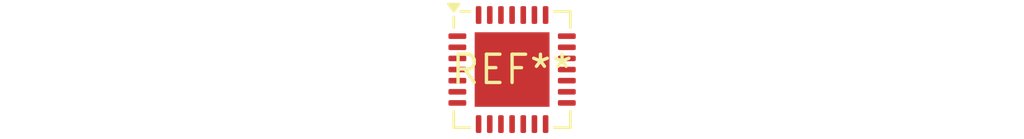
<source format=kicad_pcb>
(kicad_pcb (version 20240108) (generator pcbnew)
  (layers (0 "F.Cu" signal) (31 "B.Cu" signal) (34 "B.Paste" user) (35 "F.Paste" user) (36 "B.SilkS" user "B.Silkscreen") (37 "F.SilkS" user "F.Silkscreen") (38 "B.Mask" user) (39 "F.Mask" user) (44 "Edge.Cuts" user))
  (net 0 "")
  (footprint "QFN-28-1EP_5x5mm_P0.5mm_EP3.35x3.35mm" (layer "F.Cu") (at 0 0)
    (property "Reference" "REF**")
    (property "Value" "QFN-28-1EP_5x5mm_P0.5mm_EP3.35x3.35mm")
    (fp_line (start -2.61 -1.885) (end -2.61 -2.37) (layer "F.SilkS") (stroke (width 0.12)))
    (fp_line (start -2.61 2.61) (end -2.61 1.885) (layer "F.SilkS") (stroke (width 0.12)))
    (fp_line (start -1.885 -2.61) (end -2.31 -2.61) (layer "F.SilkS") (stroke (width 0.12)))
    (fp_line (start -1.885 2.61) (end -2.61 2.61) (layer "F.SilkS") (stroke (width 0.12)))
    (fp_line (start 1.885 -2.61) (end 2.61 -2.61) (layer "F.SilkS") (stroke (width 0.12)))
    (fp_line (start 1.885 2.61) (end 2.61 2.61) (layer "F.SilkS") (stroke (width 0.12)))
    (fp_line (start 2.61 -2.61) (end 2.61 -1.885) (layer "F.SilkS") (stroke (width 0.12)))
    (fp_line (start 2.61 2.61) (end 2.61 1.885) (layer "F.SilkS") (stroke (width 0.12)))
    (fp_poly (pts (xy -2.61 -2.61) (xy -2.85 -2.94) (xy -2.37 -2.94) (xy -2.61 -2.61)) (layer "F.SilkS") (stroke (width 0.12)) (fill solid))
    (pad "1" smd roundrect (at -2.45 -1.5) (size 0.8 0.25) (layers "F.Cu" "F.Paste" "F.Mask"))
    (pad "2" smd roundrect (at -2.45 -1) (size 0.8 0.25) (layers "F.Cu" "F.Paste" "F.Mask"))
    (pad "3" smd roundrect (at -2.45 -0.5) (size 0.8 0.25) (layers "F.Cu" "F.Paste" "F.Mask"))
    (pad "4" smd roundrect (at -2.45 0) (size 0.8 0.25) (layers "F.Cu" "F.Paste" "F.Mask"))
    (pad "5" smd roundrect (at -2.45 0.5) (size 0.8 0.25) (layers "F.Cu" "F.Paste" "F.Mask"))
    (pad "6" smd roundrect (at -2.45 1) (size 0.8 0.25) (layers "F.Cu" "F.Paste" "F.Mask"))
    (pad "7" smd roundrect (at -2.45 1.5) (size 0.8 0.25) (layers "F.Cu" "F.Paste" "F.Mask"))
    (pad "8" smd roundrect (at -1.5 2.45) (size 0.25 0.8) (layers "F.Cu" "F.Paste" "F.Mask"))
    (pad "9" smd roundrect (at -1 2.45) (size 0.25 0.8) (layers "F.Cu" "F.Paste" "F.Mask"))
    (pad "10" smd roundrect (at -0.5 2.45) (size 0.25 0.8) (layers "F.Cu" "F.Paste" "F.Mask"))
    (pad "11" smd roundrect (at 0 2.45) (size 0.25 0.8) (layers "F.Cu" "F.Paste" "F.Mask"))
    (pad "12" smd roundrect (at 0.5 2.45) (size 0.25 0.8) (layers "F.Cu" "F.Paste" "F.Mask"))
    (pad "13" smd roundrect (at 1 2.45) (size 0.25 0.8) (layers "F.Cu" "F.Paste" "F.Mask"))
    (pad "14" smd roundrect (at 1.5 2.45) (size 0.25 0.8) (layers "F.Cu" "F.Paste" "F.Mask"))
    (pad "15" smd roundrect (at 2.45 1.5) (size 0.8 0.25) (layers "F.Cu" "F.Paste" "F.Mask"))
    (pad "16" smd roundrect (at 2.45 1) (size 0.8 0.25) (layers "F.Cu" "F.Paste" "F.Mask"))
    (pad "17" smd roundrect (at 2.45 0.5) (size 0.8 0.25) (layers "F.Cu" "F.Paste" "F.Mask"))
    (pad "18" smd roundrect (at 2.45 0) (size 0.8 0.25) (layers "F.Cu" "F.Paste" "F.Mask"))
    (pad "19" smd roundrect (at 2.45 -0.5) (size 0.8 0.25) (layers "F.Cu" "F.Paste" "F.Mask"))
    (pad "20" smd roundrect (at 2.45 -1) (size 0.8 0.25) (layers "F.Cu" "F.Paste" "F.Mask"))
    (pad "21" smd roundrect (at 2.45 -1.5) (size 0.8 0.25) (layers "F.Cu" "F.Paste" "F.Mask"))
    (pad "22" smd roundrect (at 1.5 -2.45) (size 0.25 0.8) (layers "F.Cu" "F.Paste" "F.Mask"))
    (pad "23" smd roundrect (at 1 -2.45) (size 0.25 0.8) (layers "F.Cu" "F.Paste" "F.Mask"))
    (pad "24" smd roundrect (at 0.5 -2.45) (size 0.25 0.8) (layers "F.Cu" "F.Paste" "F.Mask"))
    (pad "25" smd roundrect (at 0 -2.45) (size 0.25 0.8) (layers "F.Cu" "F.Paste" "F.Mask"))
    (pad "26" smd roundrect (at -0.5 -2.45) (size 0.25 0.8) (layers "F.Cu" "F.Paste" "F.Mask"))
    (pad "27" smd roundrect (at -1 -2.45) (size 0.25 0.8) (layers "F.Cu" "F.Paste" "F.Mask"))
    (pad "28" smd roundrect (at -1.5 -2.45) (size 0.25 0.8) (layers "F.Cu" "F.Paste" "F.Mask"))
    (pad "29" smd rect (at 0 0) (size 3.35 3.35) (property pad_prop_heatsink) (layers "F.Cu" "F.Mask"))
  )
)
</source>
